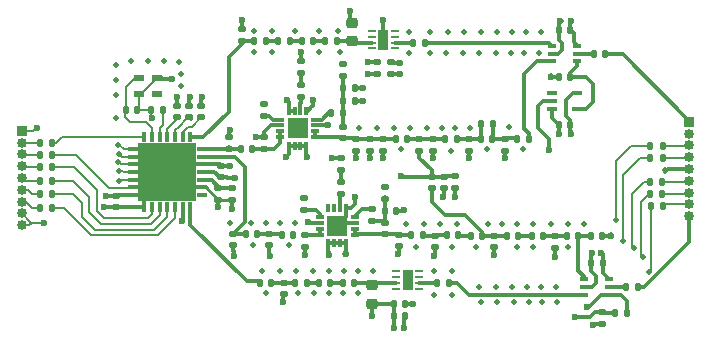
<source format=gbr>
%TF.GenerationSoftware,KiCad,Pcbnew,8.0.3*%
%TF.CreationDate,2024-07-25T00:21:40-07:00*%
%TF.ProjectId,radio_module,72616469-6f5f-46d6-9f64-756c652e6b69,rev?*%
%TF.SameCoordinates,Original*%
%TF.FileFunction,Copper,L1,Top*%
%TF.FilePolarity,Positive*%
%FSLAX46Y46*%
G04 Gerber Fmt 4.6, Leading zero omitted, Abs format (unit mm)*
G04 Created by KiCad (PCBNEW 8.0.3) date 2024-07-25 00:21:40*
%MOMM*%
%LPD*%
G01*
G04 APERTURE LIST*
G04 Aperture macros list*
%AMRoundRect*
0 Rectangle with rounded corners*
0 $1 Rounding radius*
0 $2 $3 $4 $5 $6 $7 $8 $9 X,Y pos of 4 corners*
0 Add a 4 corners polygon primitive as box body*
4,1,4,$2,$3,$4,$5,$6,$7,$8,$9,$2,$3,0*
0 Add four circle primitives for the rounded corners*
1,1,$1+$1,$2,$3*
1,1,$1+$1,$4,$5*
1,1,$1+$1,$6,$7*
1,1,$1+$1,$8,$9*
0 Add four rect primitives between the rounded corners*
20,1,$1+$1,$2,$3,$4,$5,0*
20,1,$1+$1,$4,$5,$6,$7,0*
20,1,$1+$1,$6,$7,$8,$9,0*
20,1,$1+$1,$8,$9,$2,$3,0*%
G04 Aperture macros list end*
%TA.AperFunction,SMDPad,CuDef*%
%ADD10RoundRect,0.147500X0.172500X-0.147500X0.172500X0.147500X-0.172500X0.147500X-0.172500X-0.147500X0*%
%TD*%
%TA.AperFunction,SMDPad,CuDef*%
%ADD11RoundRect,0.140000X-0.170000X0.140000X-0.170000X-0.140000X0.170000X-0.140000X0.170000X0.140000X0*%
%TD*%
%TA.AperFunction,SMDPad,CuDef*%
%ADD12RoundRect,0.147500X-0.172500X0.147500X-0.172500X-0.147500X0.172500X-0.147500X0.172500X0.147500X0*%
%TD*%
%TA.AperFunction,SMDPad,CuDef*%
%ADD13R,0.787400X0.355600*%
%TD*%
%TA.AperFunction,SMDPad,CuDef*%
%ADD14RoundRect,0.140000X-0.140000X-0.170000X0.140000X-0.170000X0.140000X0.170000X-0.140000X0.170000X0*%
%TD*%
%TA.AperFunction,SMDPad,CuDef*%
%ADD15RoundRect,0.135000X-0.185000X0.135000X-0.185000X-0.135000X0.185000X-0.135000X0.185000X0.135000X0*%
%TD*%
%TA.AperFunction,SMDPad,CuDef*%
%ADD16RoundRect,0.147500X-0.147500X-0.172500X0.147500X-0.172500X0.147500X0.172500X-0.147500X0.172500X0*%
%TD*%
%TA.AperFunction,SMDPad,CuDef*%
%ADD17RoundRect,0.135000X0.135000X0.185000X-0.135000X0.185000X-0.135000X-0.185000X0.135000X-0.185000X0*%
%TD*%
%TA.AperFunction,SMDPad,CuDef*%
%ADD18RoundRect,0.135000X-0.135000X-0.185000X0.135000X-0.185000X0.135000X0.185000X-0.135000X0.185000X0*%
%TD*%
%TA.AperFunction,SMDPad,CuDef*%
%ADD19RoundRect,0.140000X0.140000X0.170000X-0.140000X0.170000X-0.140000X-0.170000X0.140000X-0.170000X0*%
%TD*%
%TA.AperFunction,SMDPad,CuDef*%
%ADD20RoundRect,0.140000X0.170000X-0.140000X0.170000X0.140000X-0.170000X0.140000X-0.170000X-0.140000X0*%
%TD*%
%TA.AperFunction,SMDPad,CuDef*%
%ADD21R,0.304800X0.812800*%
%TD*%
%TA.AperFunction,SMDPad,CuDef*%
%ADD22R,0.812800X0.304800*%
%TD*%
%TA.AperFunction,SMDPad,CuDef*%
%ADD23R,4.876800X4.876800*%
%TD*%
%TA.AperFunction,ComponentPad*%
%ADD24R,0.850000X0.850000*%
%TD*%
%TA.AperFunction,ComponentPad*%
%ADD25O,0.850000X0.850000*%
%TD*%
%TA.AperFunction,SMDPad,CuDef*%
%ADD26R,0.750000X0.300000*%
%TD*%
%TA.AperFunction,SMDPad,CuDef*%
%ADD27R,0.300000X0.750000*%
%TD*%
%TA.AperFunction,SMDPad,CuDef*%
%ADD28R,1.750000X1.750000*%
%TD*%
%TA.AperFunction,SMDPad,CuDef*%
%ADD29R,0.833300X0.355600*%
%TD*%
%TA.AperFunction,SMDPad,CuDef*%
%ADD30RoundRect,0.135000X0.185000X-0.135000X0.185000X0.135000X-0.185000X0.135000X-0.185000X-0.135000X0*%
%TD*%
%TA.AperFunction,SMDPad,CuDef*%
%ADD31RoundRect,0.218750X-0.256250X0.218750X-0.256250X-0.218750X0.256250X-0.218750X0.256250X0.218750X0*%
%TD*%
%TA.AperFunction,SMDPad,CuDef*%
%ADD32R,0.660400X0.254000*%
%TD*%
%TA.AperFunction,SMDPad,CuDef*%
%ADD33R,0.838200X1.651000*%
%TD*%
%TA.AperFunction,SMDPad,CuDef*%
%ADD34RoundRect,0.218750X0.256250X-0.218750X0.256250X0.218750X-0.256250X0.218750X-0.256250X-0.218750X0*%
%TD*%
%TA.AperFunction,SMDPad,CuDef*%
%ADD35R,0.863600X0.609600*%
%TD*%
%TA.AperFunction,ViaPad*%
%ADD36C,0.500000*%
%TD*%
%TA.AperFunction,ViaPad*%
%ADD37C,0.600000*%
%TD*%
%TA.AperFunction,Conductor*%
%ADD38C,0.152400*%
%TD*%
%TA.AperFunction,Conductor*%
%ADD39C,0.335300*%
%TD*%
%TA.AperFunction,Conductor*%
%ADD40C,0.300000*%
%TD*%
%TA.AperFunction,Conductor*%
%ADD41C,0.250000*%
%TD*%
%TA.AperFunction,Conductor*%
%ADD42C,0.200000*%
%TD*%
G04 APERTURE END LIST*
D10*
%TO.P,L9,1,1*%
%TO.N,Net-(C33-Pad1)*%
X134525000Y-102359000D03*
%TO.P,L9,2,2*%
%TO.N,VR_PA*%
X134525000Y-101389000D03*
%TD*%
D11*
%TO.P,C35,1*%
%TO.N,Net-(C33-Pad1)*%
X139807000Y-106414000D03*
%TO.P,C35,2*%
%TO.N,GND*%
X139807000Y-107374000D03*
%TD*%
D12*
%TO.P,L8,1,1*%
%TO.N,GND*%
X117348000Y-98067000D03*
%TO.P,L8,2,2*%
%TO.N,RFO_LF*%
X117348000Y-99037000D03*
%TD*%
D10*
%TO.P,L7,1,1*%
%TO.N,Net-(IC1-RF_OUT{slash}VDD_1)*%
X127000000Y-98148000D03*
%TO.P,L7,2,2*%
%TO.N,Net-(C10-Pad1)*%
X127000000Y-97178000D03*
%TD*%
D11*
%TO.P,C31,1*%
%TO.N,+3V3*%
X116459000Y-102390000D03*
%TO.P,C31,2*%
%TO.N,GND*%
X116459000Y-103350000D03*
%TD*%
D13*
%TO.P,U5,1,RF1*%
%TO.N,RF_HF_SW*%
X147396200Y-110094001D03*
%TO.P,U5,2,GND*%
%TO.N,GND*%
X147396200Y-110744000D03*
%TO.P,U5,3,RF2*%
%TO.N,RFI_HF_LNA_IN*%
X147396200Y-111393999D03*
%TO.P,U5,4,CTRL*%
%TO.N,RF_CONTROL_SW*%
X149529800Y-111393999D03*
%TO.P,U5,5,RFC*%
%TO.N,Net-(U5-RFC)*%
X149529800Y-110744000D03*
%TO.P,U5,6,\u002ACTRL/VDD*%
%TO.N,+3V3*%
X149529800Y-110094001D03*
%TD*%
D14*
%TO.P,C37,1*%
%TO.N,RF_HF_SW*%
X147975000Y-106426000D03*
%TO.P,C37,2*%
%TO.N,GND*%
X148935000Y-106426000D03*
%TD*%
D11*
%TO.P,C1,1*%
%TO.N,+3V3*%
X131064000Y-91722000D03*
%TO.P,C1,2*%
%TO.N,GND*%
X131064000Y-92682000D03*
%TD*%
D14*
%TO.P,C48,1*%
%TO.N,Net-(C48-Pad1)*%
X135787000Y-106374000D03*
%TO.P,C48,2*%
%TO.N,HF_PA_OUT*%
X136747000Y-106374000D03*
%TD*%
D11*
%TO.P,C39,1*%
%TO.N,+3V3*%
X107772200Y-103025000D03*
%TO.P,C39,2*%
%TO.N,GND*%
X107772200Y-103985000D03*
%TD*%
D15*
%TO.P,R1,1*%
%TO.N,GND*%
X123444000Y-91565000D03*
%TO.P,R1,2*%
%TO.N,Net-(R1-Pad2)*%
X123444000Y-92585000D03*
%TD*%
D11*
%TO.P,C49,1*%
%TO.N,PA_BOOST*%
X117729000Y-106231000D03*
%TO.P,C49,2*%
%TO.N,GND*%
X117729000Y-107191000D03*
%TD*%
D16*
%TO.P,L4,1,1*%
%TO.N,Net-(C12-Pad1)*%
X138679000Y-98194000D03*
%TO.P,L4,2,2*%
%TO.N,Net-(C12-Pad2)*%
X139649000Y-98194000D03*
%TD*%
D15*
%TO.P,R3,1*%
%TO.N,Net-(R1-Pad2)*%
X123444000Y-93597000D03*
%TO.P,R3,2*%
%TO.N,Net-(IC1-BIAS1)*%
X123444000Y-94617000D03*
%TD*%
D17*
%TO.P,R25,1*%
%TO.N,/SCK_sx*%
X102364000Y-100584000D03*
%TO.P,R25,2*%
%TO.N,/SCK*%
X101344000Y-100584000D03*
%TD*%
D18*
%TO.P,R23,1*%
%TO.N,/DIO4_sx*%
X153053000Y-103886000D03*
%TO.P,R23,2*%
%TO.N,/DIO4*%
X154073000Y-103886000D03*
%TD*%
D16*
%TO.P,L12,1,1*%
%TO.N,Net-(C36-Pad2)*%
X145971200Y-106426000D03*
%TO.P,L12,2,2*%
%TO.N,RF_HF_SW*%
X146941200Y-106426000D03*
%TD*%
D15*
%TO.P,R12,1*%
%TO.N,+5V*%
X123662800Y-103237000D03*
%TO.P,R12,2*%
%TO.N,Net-(IC2-VEN1)*%
X123662800Y-104257000D03*
%TD*%
D19*
%TO.P,C5,1*%
%TO.N,XTA*%
X111732000Y-95758000D03*
%TO.P,C5,2*%
%TO.N,GND*%
X110772000Y-95758000D03*
%TD*%
D20*
%TO.P,C16,1*%
%TO.N,GND*%
X137668000Y-99182000D03*
%TO.P,C16,2*%
%TO.N,Net-(C12-Pad1)*%
X137668000Y-98222000D03*
%TD*%
D16*
%TO.P,L13,1,1*%
%TO.N,RFI_HF*%
X119974500Y-110374999D03*
%TO.P,L13,2,2*%
%TO.N,Net-(C40-Pad1)*%
X120944500Y-110374999D03*
%TD*%
D15*
%TO.P,R2,1*%
%TO.N,+5V*%
X127000000Y-91819000D03*
%TO.P,R2,2*%
%TO.N,Net-(C10-Pad1)*%
X127000000Y-92839000D03*
%TD*%
D11*
%TO.P,C20,1*%
%TO.N,Net-(IC1-RF_OUT{slash}VDD_1)*%
X128115000Y-98222000D03*
%TO.P,C20,2*%
%TO.N,GND*%
X128115000Y-99182000D03*
%TD*%
D18*
%TO.P,R13,1*%
%TO.N,/DIO0_sx*%
X153035000Y-98806000D03*
%TO.P,R13,2*%
%TO.N,/DIO0*%
X154055000Y-98806000D03*
%TD*%
D21*
%TO.P,U4,1,RFI_LF*%
%TO.N,RFI_LF*%
X114085116Y-98063558D03*
%TO.P,U4,2,VR_ANA*%
%TO.N,Net-(U4-VR_ANA)*%
X113435130Y-98063558D03*
%TO.P,U4,3,VBAT_ANA*%
%TO.N,+3V3*%
X112785144Y-98063558D03*
%TO.P,U4,4,VR_DIG*%
%TO.N,Net-(U4-VR_DIG)*%
X112135158Y-98063558D03*
%TO.P,U4,5,XTA*%
%TO.N,XTA*%
X111485172Y-98063558D03*
%TO.P,U4,6,XTB*%
%TO.N,XTB*%
X110835186Y-98063558D03*
%TO.P,U4,7,NRESET*%
%TO.N,/NRESET_sx*%
X110185200Y-98063558D03*
D22*
%TO.P,U4,8,DIO0*%
%TO.N,/DIO0_sx*%
X109188758Y-99060000D03*
%TO.P,U4,9,DIO1*%
%TO.N,/DIO1_sx*%
X109188758Y-99709986D03*
%TO.P,U4,10,DIO2*%
%TO.N,/DIO2_sx*%
X109188758Y-100359972D03*
%TO.P,U4,11,DIO3*%
%TO.N,/DIO3_sx*%
X109188758Y-101009958D03*
%TO.P,U4,12,DIO4*%
%TO.N,/DIO4_sx*%
X109188758Y-101659944D03*
%TO.P,U4,13,DIO5*%
%TO.N,/DIO5_sx*%
X109188758Y-102309930D03*
%TO.P,U4,14,VBAT_DIG*%
%TO.N,+3V3*%
X109188758Y-102959916D03*
D21*
%TO.P,U4,15,GND*%
%TO.N,GND*%
X110185200Y-103956358D03*
%TO.P,U4,16,SCK*%
%TO.N,/SCK_sx*%
X110835186Y-103956358D03*
%TO.P,U4,17,MISO*%
%TO.N,/MISO_sx*%
X111485172Y-103956358D03*
%TO.P,U4,18,MOSI*%
%TO.N,/MOSI_sx*%
X112135158Y-103956358D03*
%TO.P,U4,19,NSS*%
%TO.N,/NSS_sx*%
X112785144Y-103956358D03*
%TO.P,U4,20,RXTX/RFMOD*%
%TO.N,RF_CONTROL*%
X113435130Y-103956358D03*
%TO.P,U4,21,RFI_HF*%
%TO.N,RFI_HF*%
X114085116Y-103956358D03*
D22*
%TO.P,U4,22,RFO_HF*%
%TO.N,unconnected-(U4-RFO_HF-Pad22)*%
X115081558Y-102959916D03*
%TO.P,U4,23,GND*%
%TO.N,GND*%
X115081558Y-102309930D03*
%TO.P,U4,24,VBAT_RF*%
%TO.N,+3V3*%
X115081558Y-101659944D03*
%TO.P,U4,25,VR_PA*%
%TO.N,VR_PA*%
X115081558Y-101009958D03*
%TO.P,U4,26,GND*%
%TO.N,GND*%
X115081558Y-100359972D03*
%TO.P,U4,27,PA_BOOST*%
%TO.N,PA_BOOST*%
X115081558Y-99709986D03*
%TO.P,U4,28,RFO_LF*%
%TO.N,RFO_LF*%
X115081558Y-99060000D03*
D23*
%TO.P,U4,29,GND*%
%TO.N,GND*%
X112135158Y-101009958D03*
%TD*%
D11*
%TO.P,C15,1*%
%TO.N,LF_PA_OUT*%
X134620000Y-98222000D03*
%TO.P,C15,2*%
%TO.N,GND*%
X134620000Y-99182000D03*
%TD*%
D14*
%TO.P,C19,1*%
%TO.N,Net-(IC1-RF_OUT{slash}VDD_1)*%
X131473000Y-98194000D03*
%TO.P,C19,2*%
%TO.N,LF_PA_OUT*%
X132433000Y-98194000D03*
%TD*%
%TO.P,C10,1*%
%TO.N,Net-(C10-Pad1)*%
X127028000Y-93853000D03*
%TO.P,C10,2*%
%TO.N,GND*%
X127988000Y-93853000D03*
%TD*%
D18*
%TO.P,R5,1*%
%TO.N,Net-(IC1-BIAS2)*%
X125982000Y-96012000D03*
%TO.P,R5,2*%
%TO.N,Net-(C10-Pad1)*%
X127002000Y-96012000D03*
%TD*%
D11*
%TO.P,C42,1*%
%TO.N,Net-(C40-Pad1)*%
X121983500Y-110402999D03*
%TO.P,C42,2*%
%TO.N,GND*%
X121983500Y-111362999D03*
%TD*%
D24*
%TO.P,J4,1,Pin_1*%
%TO.N,+3V3*%
X99822000Y-97505000D03*
D25*
%TO.P,J4,2,Pin_2*%
%TO.N,/NRESET*%
X99822000Y-98505000D03*
%TO.P,J4,3,Pin_3*%
%TO.N,/DIO5*%
X99822000Y-99505000D03*
%TO.P,J4,4,Pin_4*%
%TO.N,/SCK*%
X99822000Y-100505000D03*
%TO.P,J4,5,Pin_5*%
%TO.N,/MISO*%
X99822000Y-101505000D03*
%TO.P,J4,6,Pin_6*%
%TO.N,/MOSI*%
X99822000Y-102505000D03*
%TO.P,J4,7,Pin_7*%
%TO.N,/NSS*%
X99822000Y-103505000D03*
%TO.P,J4,8,Pin_8*%
%TO.N,GND*%
X99822000Y-104505000D03*
%TO.P,J4,9,Pin_9*%
X99822000Y-105505000D03*
%TD*%
D16*
%TO.P,L2,1,1*%
%TO.N,RFI_LF*%
X119491900Y-89916001D03*
%TO.P,L2,2,2*%
%TO.N,Net-(C7-Pad1)*%
X120461900Y-89916001D03*
%TD*%
D14*
%TO.P,C55,1*%
%TO.N,RFI_HF_LNA_OUT*%
X126997000Y-110371000D03*
%TO.P,C55,2*%
%TO.N,Net-(U6-RF_OUT)*%
X127957000Y-110371000D03*
%TD*%
D24*
%TO.P,J3,1,Pin_1*%
%TO.N,/ANT1*%
X156337000Y-96743000D03*
D25*
%TO.P,J3,2,Pin_2*%
%TO.N,GND*%
X156337000Y-97743000D03*
%TO.P,J3,3,Pin_3*%
%TO.N,/DIO0*%
X156337000Y-98743000D03*
%TO.P,J3,4,Pin_4*%
%TO.N,/DIO1*%
X156337000Y-99743000D03*
%TO.P,J3,5,Pin_5*%
%TO.N,+5V*%
X156337000Y-100743000D03*
%TO.P,J3,6,Pin_6*%
%TO.N,/DIO2*%
X156337000Y-101743000D03*
%TO.P,J3,7,Pin_7*%
%TO.N,/DIO3*%
X156337000Y-102743000D03*
%TO.P,J3,8,Pin_8*%
%TO.N,/DIO4*%
X156337000Y-103743000D03*
%TO.P,J3,9,Pin_9*%
%TO.N,/ANT2*%
X156337000Y-104743000D03*
%TD*%
D26*
%TO.P,IC2,1,VEN1*%
%TO.N,Net-(IC2-VEN1)*%
X125016000Y-104799000D03*
%TO.P,IC2,2,GND/NC_1*%
%TO.N,GND*%
X125016000Y-105299000D03*
%TO.P,IC2,3,RF_IN_1*%
%TO.N,Net-(IC2-RF_IN_1)*%
X125016000Y-105799000D03*
%TO.P,IC2,4,RF_IN_2*%
X125016000Y-106299000D03*
D27*
%TO.P,IC2,5,GND/NC_2*%
%TO.N,GND*%
X125766000Y-107049000D03*
%TO.P,IC2,6,GND/NC_3*%
X126266000Y-107049000D03*
%TO.P,IC2,7,GND/NC_4*%
X126766000Y-107049000D03*
%TO.P,IC2,8,GND/NC_5*%
X127266000Y-107049000D03*
D26*
%TO.P,IC2,9,RF_OUT/VDD_1*%
%TO.N,Net-(IC2-RF_OUT{slash}VDD_1)*%
X128016000Y-106299000D03*
%TO.P,IC2,10,RF_OUT/VDD_2*%
X128016000Y-105799000D03*
%TO.P,IC2,11,GND/NC_6*%
%TO.N,GND*%
X128016000Y-105299000D03*
%TO.P,IC2,12,BIAS2*%
%TO.N,Net-(IC2-BIAS2)*%
X128016000Y-104799000D03*
D27*
%TO.P,IC2,13,GND/NC_7*%
%TO.N,GND*%
X127266000Y-104049000D03*
%TO.P,IC2,14,BIAS1*%
%TO.N,Net-(IC2-BIAS1)*%
X126766000Y-104049000D03*
%TO.P,IC2,15,GND/NC_8*%
%TO.N,GND*%
X126266000Y-104049000D03*
%TO.P,IC2,16,GND/NC_9*%
X125766000Y-104049000D03*
D28*
%TO.P,IC2,17,GND*%
X126516000Y-105549000D03*
%TD*%
D14*
%TO.P,C8,1*%
%TO.N,Net-(C7-Pad2)*%
X123512500Y-89916001D03*
%TO.P,C8,2*%
%TO.N,RFI_LF_LNA_OUT*%
X124472500Y-89916001D03*
%TD*%
D12*
%TO.P,L3,1,1*%
%TO.N,GND*%
X118452900Y-88931000D03*
%TO.P,L3,2,2*%
%TO.N,RFI_LF*%
X118452900Y-89901000D03*
%TD*%
D15*
%TO.P,R10,1*%
%TO.N,Net-(R10-Pad1)*%
X126837800Y-101840000D03*
%TO.P,R10,2*%
%TO.N,Net-(IC2-BIAS1)*%
X126837800Y-102860000D03*
%TD*%
D19*
%TO.P,C3,1*%
%TO.N,RFI_LF_LNA_IN*%
X133921700Y-90043000D03*
%TO.P,C3,2*%
%TO.N,Net-(U1-RF_IN)*%
X132961700Y-90043000D03*
%TD*%
%TO.P,C9,1*%
%TO.N,+3V3*%
X146253051Y-88981001D03*
%TO.P,C9,2*%
%TO.N,GND*%
X145293051Y-88981001D03*
%TD*%
D14*
%TO.P,C14,1*%
%TO.N,LF_PA_OUT*%
X135664000Y-98194000D03*
%TO.P,C14,2*%
%TO.N,Net-(C12-Pad1)*%
X136624000Y-98194000D03*
%TD*%
D10*
%TO.P,L6,1,1*%
%TO.N,VR_PA*%
X133477000Y-99187000D03*
%TO.P,L6,2,2*%
%TO.N,LF_PA_OUT*%
X133477000Y-98217000D03*
%TD*%
D29*
%TO.P,U3,1,NC*%
%TO.N,unconnected-(U3-NC-Pad1)*%
X144734102Y-94331002D03*
%TO.P,U3,2,A*%
%TO.N,RF_CONTROL_SW*%
X144734102Y-94981001D03*
%TO.P,U3,3,GND*%
%TO.N,GND*%
X144734102Y-95631000D03*
%TO.P,U3,4,Y*%
%TO.N,Net-(U2-CTRL)*%
X146812000Y-95631000D03*
%TO.P,U3,5,VCC*%
%TO.N,+3V3*%
X146812000Y-94331002D03*
%TD*%
D14*
%TO.P,C18,1*%
%TO.N,RFO_LF*%
X118341200Y-99060000D03*
%TO.P,C18,2*%
%TO.N,Net-(IC1-RF_IN_1)*%
X119301200Y-99060000D03*
%TD*%
%TO.P,C11,1*%
%TO.N,Net-(U2-RFC)*%
X148267051Y-90981001D03*
%TO.P,C11,2*%
%TO.N,/ANT1*%
X149227051Y-90981001D03*
%TD*%
D30*
%TO.P,R8,1*%
%TO.N,+3V3*%
X148963000Y-113883000D03*
%TO.P,R8,2*%
%TO.N,RF_CONTROL*%
X148963000Y-112863000D03*
%TD*%
D16*
%TO.P,L11,1,1*%
%TO.N,Net-(C33-Pad2)*%
X142971200Y-106426000D03*
%TO.P,L11,2,2*%
%TO.N,Net-(C36-Pad2)*%
X143941200Y-106426000D03*
%TD*%
D30*
%TO.P,R6,1*%
%TO.N,Net-(IC1-RF_IN_1)*%
X120345200Y-99062000D03*
%TO.P,R6,2*%
%TO.N,GND*%
X120345200Y-98042000D03*
%TD*%
D11*
%TO.P,C21,1*%
%TO.N,Net-(IC1-RF_OUT{slash}VDD_1)*%
X129258000Y-98222000D03*
%TO.P,C21,2*%
%TO.N,GND*%
X129258000Y-99182000D03*
%TD*%
D16*
%TO.P,L16,1,1*%
%TO.N,Net-(IC2-RF_OUT{slash}VDD_1)*%
X132782000Y-106374000D03*
%TO.P,L16,2,2*%
%TO.N,Net-(C48-Pad1)*%
X133752000Y-106374000D03*
%TD*%
D14*
%TO.P,C47,1*%
%TO.N,Net-(C47-Pad1)*%
X121821000Y-106299000D03*
%TO.P,C47,2*%
%TO.N,Net-(IC2-RF_IN_1)*%
X122781000Y-106299000D03*
%TD*%
D10*
%TO.P,L17,1,1*%
%TO.N,GND*%
X120777000Y-107188000D03*
%TO.P,L17,2,2*%
%TO.N,Net-(C47-Pad1)*%
X120777000Y-106218000D03*
%TD*%
D20*
%TO.P,C27,1*%
%TO.N,VR_PA*%
X116713000Y-101445000D03*
%TO.P,C27,2*%
%TO.N,GND*%
X116713000Y-100485000D03*
%TD*%
D17*
%TO.P,R17,1*%
%TO.N,/NSS_sx*%
X102364000Y-104013000D03*
%TO.P,R17,2*%
%TO.N,/NSS*%
X101344000Y-104013000D03*
%TD*%
D11*
%TO.P,C2,1*%
%TO.N,+3V3*%
X129921000Y-91722000D03*
%TO.P,C2,2*%
%TO.N,GND*%
X129921000Y-92682000D03*
%TD*%
%TO.P,C28,1*%
%TO.N,VR_PA*%
X135525000Y-101394000D03*
%TO.P,C28,2*%
%TO.N,GND*%
X135525000Y-102354000D03*
%TD*%
D31*
%TO.P,L1,1*%
%TO.N,+3V3*%
X127762000Y-88370500D03*
%TO.P,L1,2*%
%TO.N,Net-(U1-RF_OUT)*%
X127762000Y-89945500D03*
%TD*%
D15*
%TO.P,R20,1*%
%TO.N,Net-(IC2-RF_IN_1)*%
X123825000Y-106297000D03*
%TO.P,R20,2*%
%TO.N,GND*%
X123825000Y-107317000D03*
%TD*%
D14*
%TO.P,C7,1*%
%TO.N,Net-(C7-Pad1)*%
X121528900Y-89924000D03*
%TO.P,C7,2*%
%TO.N,Net-(C7-Pad2)*%
X122488900Y-89924000D03*
%TD*%
D18*
%TO.P,R16,1*%
%TO.N,/DIO1_sx*%
X153035000Y-99822000D03*
%TO.P,R16,2*%
%TO.N,/DIO1*%
X154055000Y-99822000D03*
%TD*%
D11*
%TO.P,C22,1*%
%TO.N,Net-(IC1-RF_OUT{slash}VDD_1)*%
X130401000Y-98222000D03*
%TO.P,C22,2*%
%TO.N,GND*%
X130401000Y-99182000D03*
%TD*%
D10*
%TO.P,L14,1,1*%
%TO.N,Net-(IC2-RF_OUT{slash}VDD_1)*%
X130597000Y-106264000D03*
%TO.P,L14,2,2*%
%TO.N,Net-(C43-Pad1)*%
X130597000Y-105294000D03*
%TD*%
D11*
%TO.P,C26,1*%
%TO.N,GND*%
X114995200Y-95405000D03*
%TO.P,C26,2*%
%TO.N,Net-(U4-VR_ANA)*%
X114995200Y-96365000D03*
%TD*%
D20*
%TO.P,C23,1*%
%TO.N,+3V3*%
X113995200Y-96365000D03*
%TO.P,C23,2*%
%TO.N,GND*%
X113995200Y-95405000D03*
%TD*%
D14*
%TO.P,C52,1*%
%TO.N,+3V3*%
X131282500Y-113168999D03*
%TO.P,C52,2*%
%TO.N,GND*%
X132242500Y-113168999D03*
%TD*%
D32*
%TO.P,U6,1,NC*%
%TO.N,unconnected-(U6-NC-Pad1)*%
X133477000Y-110871000D03*
%TO.P,U6,2,RF_IN*%
%TO.N,Net-(U6-RF_IN)*%
X133477000Y-110370999D03*
%TO.P,U6,3,NC*%
%TO.N,unconnected-(U6-NC-Pad3)*%
X133477000Y-109870999D03*
%TO.P,U6,4,NC*%
%TO.N,unconnected-(U6-NC-Pad4)*%
X133477000Y-109370998D03*
%TO.P,U6,5,NC*%
%TO.N,unconnected-(U6-NC-Pad5)*%
X131470400Y-109370998D03*
%TO.P,U6,6,SHUT_DOWN*%
%TO.N,unconnected-(U6-SHUT_DOWN-Pad6)*%
X131470400Y-109870999D03*
%TO.P,U6,7,RF_OUT*%
%TO.N,Net-(U6-RF_OUT)*%
X131470400Y-110370999D03*
%TO.P,U6,8,NC*%
%TO.N,unconnected-(U6-NC-Pad8)*%
X131470400Y-110871000D03*
D33*
%TO.P,U6,9,RF/DC_GND*%
%TO.N,GND*%
X132473700Y-110120999D03*
%TD*%
D14*
%TO.P,C43,1*%
%TO.N,Net-(C43-Pad1)*%
X130548800Y-104295000D03*
%TO.P,C43,2*%
%TO.N,GND*%
X131508800Y-104295000D03*
%TD*%
D34*
%TO.P,L18,1*%
%TO.N,+3V3*%
X129477000Y-112158500D03*
%TO.P,L18,2*%
%TO.N,Net-(U6-RF_OUT)*%
X129477000Y-110583500D03*
%TD*%
D19*
%TO.P,C24,1*%
%TO.N,+3V3*%
X146253051Y-96981001D03*
%TO.P,C24,2*%
%TO.N,GND*%
X145293051Y-96981001D03*
%TD*%
D11*
%TO.P,C50,1*%
%TO.N,Net-(IC2-RF_OUT{slash}VDD_1)*%
X131703000Y-106315000D03*
%TO.P,C50,2*%
%TO.N,GND*%
X131703000Y-107275000D03*
%TD*%
D14*
%TO.P,C12,1*%
%TO.N,Net-(C12-Pad1)*%
X138712000Y-96901000D03*
%TO.P,C12,2*%
%TO.N,Net-(C12-Pad2)*%
X139672000Y-96901000D03*
%TD*%
D16*
%TO.P,L10,1,1*%
%TO.N,HF_PA_OUT*%
X137822000Y-106414000D03*
%TO.P,L10,2,2*%
%TO.N,Net-(C33-Pad1)*%
X138792000Y-106414000D03*
%TD*%
D20*
%TO.P,C36,1*%
%TO.N,GND*%
X144956200Y-107406000D03*
%TO.P,C36,2*%
%TO.N,Net-(C36-Pad2)*%
X144956200Y-106446000D03*
%TD*%
D15*
%TO.P,R7,1*%
%TO.N,GND*%
X126873000Y-99820000D03*
%TO.P,R7,2*%
%TO.N,Net-(R10-Pad1)*%
X126873000Y-100840000D03*
%TD*%
D17*
%TO.P,R14,1*%
%TO.N,/NRESET_sx*%
X102364000Y-98552000D03*
%TO.P,R14,2*%
%TO.N,/NRESET*%
X101344000Y-98552000D03*
%TD*%
%TO.P,R22,1*%
%TO.N,/MISO_sx*%
X102364000Y-101727000D03*
%TO.P,R22,2*%
%TO.N,/MISO*%
X101344000Y-101727000D03*
%TD*%
D14*
%TO.P,C40,1*%
%TO.N,Net-(C40-Pad1)*%
X122977000Y-110371000D03*
%TO.P,C40,2*%
%TO.N,Net-(C40-Pad2)*%
X123937000Y-110371000D03*
%TD*%
D20*
%TO.P,C17,1*%
%TO.N,GND*%
X140688000Y-99182000D03*
%TO.P,C17,2*%
%TO.N,Net-(C12-Pad2)*%
X140688000Y-98222000D03*
%TD*%
D15*
%TO.P,R9,1*%
%TO.N,+5V*%
X130556000Y-102233000D03*
%TO.P,R9,2*%
%TO.N,Net-(C43-Pad1)*%
X130556000Y-103253000D03*
%TD*%
D14*
%TO.P,C6,1*%
%TO.N,XTB*%
X108613000Y-95758000D03*
%TO.P,C6,2*%
%TO.N,GND*%
X109573000Y-95758000D03*
%TD*%
D35*
%TO.P,XTAL1,1,1*%
%TO.N,XTA*%
X111213900Y-94401000D03*
%TO.P,XTAL1,2,2*%
%TO.N,GND*%
X111213900Y-93051000D03*
%TO.P,XTAL1,3,3*%
%TO.N,XTB*%
X109766100Y-93051000D03*
%TO.P,XTAL1,4,4*%
%TO.N,GND*%
X109766100Y-94401000D03*
%TD*%
D19*
%TO.P,C38,1*%
%TO.N,/ANT2*%
X151943000Y-110744000D03*
%TO.P,C38,2*%
%TO.N,Net-(U5-RFC)*%
X150983000Y-110744000D03*
%TD*%
D16*
%TO.P,L5,1,1*%
%TO.N,Net-(C12-Pad2)*%
X141755000Y-98171000D03*
%TO.P,L5,2,2*%
%TO.N,RF_LF_SW*%
X142725000Y-98171000D03*
%TD*%
D32*
%TO.P,U1,1,NC*%
%TO.N,unconnected-(U1-NC-Pad1)*%
X131432300Y-90543001D03*
%TO.P,U1,2,RF_IN*%
%TO.N,Net-(U1-RF_IN)*%
X131432300Y-90043000D03*
%TO.P,U1,3,NC*%
%TO.N,unconnected-(U1-NC-Pad3)*%
X131432300Y-89543000D03*
%TO.P,U1,4,NC*%
%TO.N,unconnected-(U1-NC-Pad4)*%
X131432300Y-89042999D03*
%TO.P,U1,5,NC*%
%TO.N,unconnected-(U1-NC-Pad5)*%
X129425700Y-89042999D03*
%TO.P,U1,6,SHUT_DOWN*%
%TO.N,unconnected-(U1-SHUT_DOWN-Pad6)*%
X129425700Y-89543000D03*
%TO.P,U1,7,RF_OUT*%
%TO.N,Net-(U1-RF_OUT)*%
X129425700Y-90043000D03*
%TO.P,U1,8,NC*%
%TO.N,unconnected-(U1-NC-Pad8)*%
X129425700Y-90543001D03*
D33*
%TO.P,U1,9,RF/DC_GND*%
%TO.N,GND*%
X130429000Y-89793000D03*
%TD*%
D14*
%TO.P,C33,1*%
%TO.N,Net-(C33-Pad1)*%
X140882200Y-106406000D03*
%TO.P,C33,2*%
%TO.N,Net-(C33-Pad2)*%
X141842200Y-106406000D03*
%TD*%
D11*
%TO.P,C29,1*%
%TO.N,VR_PA*%
X136525000Y-101374000D03*
%TO.P,C29,2*%
%TO.N,GND*%
X136525000Y-102334000D03*
%TD*%
D20*
%TO.P,C32,1*%
%TO.N,GND*%
X117602000Y-103350000D03*
%TO.P,C32,2*%
%TO.N,+3V3*%
X117602000Y-102390000D03*
%TD*%
D15*
%TO.P,R4,1*%
%TO.N,+5V*%
X120345200Y-95248000D03*
%TO.P,R4,2*%
%TO.N,Net-(IC1-VEN1)*%
X120345200Y-96268000D03*
%TD*%
%TO.P,R15,1*%
%TO.N,Net-(IC2-BIAS2)*%
X129454000Y-104126000D03*
%TO.P,R15,2*%
%TO.N,Net-(C43-Pad1)*%
X129454000Y-105146000D03*
%TD*%
D26*
%TO.P,IC1,1,VEN1*%
%TO.N,Net-(IC1-VEN1)*%
X121651200Y-96556000D03*
%TO.P,IC1,2,GND/NC_1*%
%TO.N,GND*%
X121651200Y-97056000D03*
%TO.P,IC1,3,RF_IN_1*%
%TO.N,Net-(IC1-RF_IN_1)*%
X121651200Y-97556000D03*
%TO.P,IC1,4,RF_IN_2*%
X121651200Y-98056000D03*
D27*
%TO.P,IC1,5,GND/NC_2*%
%TO.N,GND*%
X122401200Y-98806000D03*
%TO.P,IC1,6,GND/NC_3*%
X122901200Y-98806000D03*
%TO.P,IC1,7,GND/NC_4*%
X123401200Y-98806000D03*
%TO.P,IC1,8,GND/NC_5*%
X123901200Y-98806000D03*
D26*
%TO.P,IC1,9,RF_OUT/VDD_1*%
%TO.N,Net-(IC1-RF_OUT{slash}VDD_1)*%
X124651200Y-98056000D03*
%TO.P,IC1,10,RF_OUT/VDD_2*%
X124651200Y-97556000D03*
%TO.P,IC1,11,GND/NC_6*%
%TO.N,GND*%
X124651200Y-97056000D03*
%TO.P,IC1,12,BIAS2*%
%TO.N,Net-(IC1-BIAS2)*%
X124651200Y-96556000D03*
D27*
%TO.P,IC1,13,GND/NC_7*%
%TO.N,GND*%
X123901200Y-95806000D03*
%TO.P,IC1,14,BIAS1*%
%TO.N,Net-(IC1-BIAS1)*%
X123401200Y-95806000D03*
%TO.P,IC1,15,GND/NC_8*%
%TO.N,GND*%
X122901200Y-95806000D03*
%TO.P,IC1,16,GND/NC_9*%
X122401200Y-95806000D03*
D28*
%TO.P,IC1,17,GND*%
X123151200Y-97306000D03*
%TD*%
D14*
%TO.P,C4,1*%
%TO.N,RFI_LF_LNA_OUT*%
X125512500Y-89916001D03*
%TO.P,C4,2*%
%TO.N,Net-(U1-RF_OUT)*%
X126472500Y-89916001D03*
%TD*%
D19*
%TO.P,C54,1*%
%TO.N,RFI_HF_LNA_IN*%
X135957000Y-110374999D03*
%TO.P,C54,2*%
%TO.N,Net-(U6-RF_IN)*%
X134997000Y-110374999D03*
%TD*%
%TO.P,C25,1*%
%TO.N,Net-(U2-CTRL)*%
X146253051Y-92981001D03*
%TO.P,C25,2*%
%TO.N,GND*%
X145293051Y-92981001D03*
%TD*%
D14*
%TO.P,C13,1*%
%TO.N,Net-(C10-Pad1)*%
X127028000Y-94996000D03*
%TO.P,C13,2*%
%TO.N,GND*%
X127988000Y-94996000D03*
%TD*%
D11*
%TO.P,C30,1*%
%TO.N,GND*%
X112979200Y-95405000D03*
%TO.P,C30,2*%
%TO.N,Net-(U4-VR_DIG)*%
X112979200Y-96365000D03*
%TD*%
D18*
%TO.P,R18,1*%
%TO.N,/DIO2_sx*%
X153033000Y-101854000D03*
%TO.P,R18,2*%
%TO.N,/DIO2*%
X154053000Y-101854000D03*
%TD*%
D14*
%TO.P,C53,1*%
%TO.N,+3V3*%
X131282500Y-112168999D03*
%TO.P,C53,2*%
%TO.N,GND*%
X132242500Y-112168999D03*
%TD*%
D18*
%TO.P,R11,1*%
%TO.N,RF_CONTROL*%
X150035800Y-112903000D03*
%TO.P,R11,2*%
%TO.N,RF_CONTROL_SW*%
X151055800Y-112903000D03*
%TD*%
D16*
%TO.P,L15,1,1*%
%TO.N,PA_BOOST*%
X118768000Y-106243000D03*
%TO.P,L15,2,2*%
%TO.N,Net-(C47-Pad1)*%
X119738000Y-106243000D03*
%TD*%
D19*
%TO.P,C34,1*%
%TO.N,+3V3*%
X148993800Y-108712000D03*
%TO.P,C34,2*%
%TO.N,GND*%
X148033800Y-108712000D03*
%TD*%
D13*
%TO.P,U2,1,RF1*%
%TO.N,RFI_LF_LNA_IN*%
X144706251Y-90331002D03*
%TO.P,U2,2,GND*%
%TO.N,GND*%
X144706251Y-90981001D03*
%TO.P,U2,3,RF2*%
%TO.N,RF_LF_SW*%
X144706251Y-91631000D03*
%TO.P,U2,4,CTRL*%
%TO.N,Net-(U2-CTRL)*%
X146839851Y-91631000D03*
%TO.P,U2,5,RFC*%
%TO.N,Net-(U2-RFC)*%
X146839851Y-90981001D03*
%TO.P,U2,6,\u002ACTRL/VDD*%
%TO.N,+3V3*%
X146839851Y-90331002D03*
%TD*%
D11*
%TO.P,C51,1*%
%TO.N,Net-(C48-Pad1)*%
X134767000Y-106394000D03*
%TO.P,C51,2*%
%TO.N,GND*%
X134767000Y-107354000D03*
%TD*%
D17*
%TO.P,R19,1*%
%TO.N,/MOSI_sx*%
X102364000Y-102870000D03*
%TO.P,R19,2*%
%TO.N,/MOSI*%
X101344000Y-102870000D03*
%TD*%
%TO.P,R24,1*%
%TO.N,/DIO5_sx*%
X102364000Y-99568000D03*
%TO.P,R24,2*%
%TO.N,/DIO5*%
X101344000Y-99568000D03*
%TD*%
D18*
%TO.P,R21,1*%
%TO.N,/DIO3_sx*%
X153033000Y-102870000D03*
%TO.P,R21,2*%
%TO.N,/DIO3*%
X154053000Y-102870000D03*
%TD*%
D14*
%TO.P,C41,1*%
%TO.N,Net-(C40-Pad2)*%
X124977000Y-110371000D03*
%TO.P,C41,2*%
%TO.N,RFI_HF_LNA_OUT*%
X125937000Y-110371000D03*
%TD*%
D36*
%TO.N,GND*%
X139954000Y-110744000D03*
D37*
X137668000Y-99822000D03*
D36*
X132334000Y-105410000D03*
D37*
X129159000Y-92735400D03*
X144927000Y-108204000D03*
D36*
X133223000Y-107315000D03*
X146050000Y-107315000D03*
X121666000Y-109347000D03*
D37*
X116459000Y-103985000D03*
D36*
X127000000Y-111252000D03*
X122428000Y-107188000D03*
X117475000Y-105283000D03*
X121666000Y-105283000D03*
D37*
X121957000Y-112025999D03*
D36*
X126619000Y-89027000D03*
X138684000Y-89154000D03*
X120142000Y-109347000D03*
X147447000Y-105410000D03*
X125857000Y-109347000D03*
X136271000Y-109347000D03*
X122936000Y-105283000D03*
D37*
X140716000Y-99822000D03*
D36*
X139319000Y-105410000D03*
D37*
X119634000Y-98044000D03*
D36*
X138557000Y-110744000D03*
X141478000Y-112014000D03*
X142367000Y-90932000D03*
D37*
X145265051Y-97775001D03*
D36*
X128270000Y-109347000D03*
D37*
X136525000Y-103096000D03*
X101727000Y-105283000D03*
X124038880Y-105274120D03*
X132171800Y-104255000D03*
D36*
X139192000Y-99060000D03*
D37*
X131802001Y-92697300D03*
X106807000Y-103985000D03*
D36*
X136652000Y-105410000D03*
D37*
X112979200Y-94672000D03*
X128701800Y-94996000D03*
D36*
X127127000Y-109347000D03*
X137160000Y-90932000D03*
X136525000Y-97282000D03*
X138557000Y-90932000D03*
D37*
X114014200Y-94672000D03*
D36*
X136271000Y-107315000D03*
D37*
X117475000Y-100457000D03*
D36*
X128397000Y-97282000D03*
X138303000Y-107315000D03*
X142494000Y-89154000D03*
D37*
X117602000Y-104112000D03*
X127980800Y-103112000D03*
X135509000Y-103096000D03*
D36*
X134366000Y-89154000D03*
X140462000Y-105410000D03*
X134747000Y-109347000D03*
X123063000Y-109347000D03*
D37*
X131663800Y-107938000D03*
X123444000Y-90805000D03*
X120799800Y-108108000D03*
D36*
X141351000Y-89154000D03*
X119507000Y-90805000D03*
X134747000Y-111379000D03*
X124460000Y-109347000D03*
X141097000Y-97155000D03*
X140081000Y-89154000D03*
X135890000Y-89154000D03*
X145034000Y-110744000D03*
D37*
X144630051Y-92949001D03*
D36*
X135763000Y-90932000D03*
X107823000Y-91948000D03*
X110490000Y-91567000D03*
X142621000Y-110744000D03*
X143891000Y-112014000D03*
D37*
X132175000Y-114236998D03*
D36*
X135255000Y-105410000D03*
X140081000Y-112014000D03*
X146050000Y-105410000D03*
X120523000Y-111252000D03*
X137287000Y-89154000D03*
X143129000Y-107315000D03*
X143129000Y-105410000D03*
X136144000Y-99187000D03*
X141732000Y-107315000D03*
D37*
X122301000Y-94869000D03*
X128143000Y-99822000D03*
X139791800Y-108065000D03*
D36*
X128270000Y-111252000D03*
D37*
X117398800Y-97409000D03*
D36*
X135382000Y-97282000D03*
X145161000Y-112014000D03*
X132588000Y-89154000D03*
D37*
X129286000Y-99822000D03*
X112522000Y-93091000D03*
D36*
X143764000Y-89154000D03*
X122936000Y-89027000D03*
X144653000Y-105410000D03*
X123190000Y-111252000D03*
X113284000Y-93726000D03*
X113284000Y-92710000D03*
X134366000Y-90932000D03*
D37*
X118491000Y-88142000D03*
D36*
X124587000Y-111252000D03*
X124968000Y-89027000D03*
X133858000Y-105410000D03*
X143764000Y-110744000D03*
D37*
X127218800Y-107938000D03*
X123825000Y-108013500D03*
D36*
X142748000Y-112014000D03*
X119253000Y-105283000D03*
X126746000Y-90805000D03*
D37*
X132937000Y-112204998D03*
D36*
X142240000Y-99060000D03*
X121031000Y-90805000D03*
X141351000Y-110744000D03*
D37*
X126111000Y-99822000D03*
D36*
X138684000Y-112014000D03*
D37*
X125821800Y-108065000D03*
X125730000Y-97028000D03*
X130429000Y-88138000D03*
D36*
X136271000Y-111379000D03*
X111887000Y-91567000D03*
D37*
X134747000Y-108077000D03*
D36*
X129921000Y-97282000D03*
X113157000Y-91694000D03*
X141224000Y-90932000D03*
D37*
X115030200Y-94672000D03*
D36*
X109093000Y-91567000D03*
X125857000Y-111252000D03*
D37*
X149653400Y-106407200D03*
X128701800Y-93853000D03*
D36*
X132588000Y-90932000D03*
X132715000Y-97282000D03*
D37*
X145392051Y-88250001D03*
D36*
X143637000Y-90932000D03*
X119507000Y-89027000D03*
X120523000Y-105283000D03*
X129540000Y-109347000D03*
D37*
X117751800Y-108108000D03*
X122174000Y-99695000D03*
X148082000Y-107823000D03*
X134620000Y-99822000D03*
D36*
X131953000Y-99060000D03*
X107823000Y-96393000D03*
X137795000Y-97282000D03*
D37*
X123952000Y-99695000D03*
X124460000Y-94869000D03*
D36*
X139954000Y-90932000D03*
X121031000Y-89027000D03*
X107823000Y-93218000D03*
D37*
X130429000Y-99822000D03*
D36*
X134112000Y-97282000D03*
X107823000Y-94488000D03*
X131318000Y-97282000D03*
X141732000Y-105410000D03*
X119380000Y-107188000D03*
X124968000Y-90805000D03*
D37*
X110871000Y-96393000D03*
%TO.N,+3V3*%
X129159000Y-91722000D03*
X146281051Y-97775001D03*
X129477000Y-113168499D03*
X101092000Y-97282000D03*
X106934000Y-103025000D03*
X131802001Y-91808300D03*
X148209000Y-113919000D03*
X148882003Y-107823000D03*
X127635000Y-87380000D03*
X146281051Y-88250001D03*
X131286000Y-114236998D03*
%TO.N,VR_PA*%
X131937000Y-101302000D03*
X117856000Y-101473000D03*
D36*
%TO.N,+5V*%
X154305000Y-100838000D03*
D37*
%TO.N,RF_CONTROL*%
X113411000Y-105156000D03*
X146685000Y-113284000D03*
%TO.N,RF_CONTROL_SW*%
X147701000Y-112395000D03*
X144462500Y-99123500D03*
D36*
%TO.N,/DIO0_sx*%
X107950000Y-98679000D03*
X150114000Y-105029000D03*
%TO.N,/DIO1_sx*%
X108069216Y-99446845D03*
X150749000Y-106807000D03*
%TO.N,/DIO2_sx*%
X107980251Y-100172749D03*
X151638000Y-107442000D03*
%TO.N,/DIO3_sx*%
X108075919Y-100878147D03*
X152400000Y-108204000D03*
%TO.N,/DIO4_sx*%
X108077000Y-101727000D03*
X152908000Y-109474000D03*
%TD*%
D38*
%TO.N,GND*%
X100647000Y-105283000D02*
X100838000Y-105283000D01*
D39*
X147396200Y-110744000D02*
X148125200Y-110744000D01*
X120777000Y-108085200D02*
X120799800Y-108108000D01*
D40*
X122401200Y-95806000D02*
X122401200Y-95096200D01*
D39*
X132044800Y-104255000D02*
X132171800Y-104255000D01*
X140688000Y-99182000D02*
X140688000Y-99667000D01*
X144789051Y-92981001D02*
X144757051Y-92949001D01*
X132754998Y-112168999D02*
X132718999Y-112168999D01*
X128115000Y-99182000D02*
X128115000Y-99794000D01*
X148463000Y-110406200D02*
X148463000Y-109784230D01*
D40*
X122401200Y-95096200D02*
X122301000Y-94996000D01*
D39*
X129867600Y-92735400D02*
X129921000Y-92682000D01*
D40*
X120876000Y-97056000D02*
X120345200Y-97586800D01*
D39*
X148982400Y-106426000D02*
X149507600Y-106426000D01*
X149653400Y-106280200D02*
X149526400Y-106407200D01*
D40*
X127678800Y-104049000D02*
X127853800Y-103874000D01*
D39*
X131703000Y-107771800D02*
X131663800Y-107811000D01*
X118491000Y-88142000D02*
X118452900Y-88357900D01*
D40*
X125766000Y-107049000D02*
X125766000Y-107755200D01*
D39*
X134767000Y-108057000D02*
X134767000Y-107354000D01*
X118452900Y-88931000D02*
X118491000Y-88142000D01*
D40*
X123901200Y-98806000D02*
X123901200Y-99517200D01*
D39*
X117729000Y-107191000D02*
X117729000Y-107704200D01*
X111720000Y-93051000D02*
X111213900Y-93051000D01*
X132937000Y-112204998D02*
X132754998Y-112168999D01*
X139807000Y-107922800D02*
X139791800Y-107938000D01*
X131802001Y-92697300D02*
X131079300Y-92697300D01*
X129258000Y-99794000D02*
X129286000Y-99822000D01*
X149526400Y-106407200D02*
X149653400Y-106407200D01*
D40*
X127266000Y-107049000D02*
X127266000Y-107763800D01*
D39*
X128701800Y-94996000D02*
X127988000Y-94996000D01*
X144757051Y-92949001D02*
X144630051Y-92949001D01*
D40*
X114995200Y-95405000D02*
X114995200Y-94818522D01*
D39*
X134747000Y-108077000D02*
X134767000Y-108057000D01*
X117729000Y-107704200D02*
X117751800Y-107727000D01*
X145520400Y-90039552D02*
X145266400Y-89785552D01*
D38*
X100838000Y-105283000D02*
X100600000Y-105283000D01*
X101727000Y-105283000D02*
X100838000Y-105283000D01*
D40*
X107809200Y-104022000D02*
X107772200Y-103985000D01*
D39*
X139664800Y-108065000D02*
X139791800Y-107938000D01*
X117348000Y-97459800D02*
X117398800Y-97409000D01*
X140716000Y-99822000D02*
X140843000Y-99822000D01*
D41*
X115418930Y-102309930D02*
X116459000Y-103350000D01*
D38*
X100528500Y-105211500D02*
X99822000Y-104505000D01*
D39*
X136525000Y-102334000D02*
X136525000Y-103096000D01*
D40*
X126766000Y-105299000D02*
X126516000Y-105549000D01*
X126516000Y-105549000D02*
X127266000Y-104799000D01*
X125349000Y-97056000D02*
X125575000Y-97056000D01*
X112135158Y-101009958D02*
X110185200Y-102959916D01*
X124079000Y-99695000D02*
X123952000Y-99568000D01*
D39*
X134620000Y-99822000D02*
X134620000Y-99182000D01*
D40*
X125730000Y-97028000D02*
X125730000Y-96901000D01*
D38*
X99822000Y-105505000D02*
X100425000Y-105505000D01*
D39*
X137668000Y-99822000D02*
X137668000Y-99182000D01*
X135580800Y-102271000D02*
X135600800Y-102251000D01*
X128701800Y-93853000D02*
X128320800Y-93853000D01*
X126111000Y-99822000D02*
X126365000Y-99822000D01*
X117475000Y-100457000D02*
X117094000Y-100457000D01*
D40*
X122301000Y-94996000D02*
X122301000Y-94869000D01*
D39*
X131703000Y-107275000D02*
X131703000Y-107771800D01*
X148463000Y-109784230D02*
X148033800Y-109355030D01*
X145293051Y-88476001D02*
X145392051Y-88377001D01*
X144927000Y-107435200D02*
X144956200Y-107406000D01*
D40*
X123901200Y-99517200D02*
X123952000Y-99568000D01*
X126266000Y-105299000D02*
X126516000Y-105549000D01*
D39*
X132004800Y-104295000D02*
X132044800Y-104255000D01*
X139807000Y-107374000D02*
X139807000Y-107922800D01*
X117348000Y-98067000D02*
X117348000Y-97459800D01*
D40*
X113995200Y-95405000D02*
X113995200Y-94691000D01*
D39*
X120345200Y-98042000D02*
X119890000Y-98042000D01*
X117066000Y-100485000D02*
X117475000Y-100457000D01*
D40*
X120345200Y-97915000D02*
X120345200Y-97586800D01*
D39*
X117751800Y-108108000D02*
X117751800Y-107727000D01*
D40*
X124333000Y-95504000D02*
X124460000Y-95377000D01*
X123571000Y-98806000D02*
X123901200Y-98806000D01*
X106807000Y-103985000D02*
X107772200Y-103985000D01*
D41*
X115081558Y-102309930D02*
X115418930Y-102309930D01*
D40*
X127266000Y-107763800D02*
X127218800Y-107811000D01*
D39*
X144706251Y-90981001D02*
X145201051Y-90981001D01*
X145392051Y-88250001D02*
X145519051Y-88250001D01*
D40*
X112135158Y-101009958D02*
X113435130Y-102309930D01*
D39*
X139791800Y-107938000D02*
X139791800Y-108065000D01*
X131508800Y-104295000D02*
X132004800Y-104295000D01*
X116459000Y-103350000D02*
X116459000Y-103985000D01*
X129159000Y-92735400D02*
X129867600Y-92735400D01*
X145265051Y-97775001D02*
X145293051Y-97493001D01*
D42*
X110772000Y-95758000D02*
X109573000Y-95758000D01*
D39*
X132171800Y-104128000D02*
X132044800Y-104255000D01*
D40*
X127266000Y-104799000D02*
X127266000Y-104049000D01*
X127091800Y-107938000D02*
X127218800Y-107811000D01*
X127980800Y-103747000D02*
X127980800Y-103112000D01*
D42*
X110772000Y-96294000D02*
X110871000Y-96393000D01*
D39*
X148033800Y-107871200D02*
X148082000Y-107823000D01*
D40*
X122174000Y-94869000D02*
X122301000Y-94996000D01*
D39*
X140716000Y-99695000D02*
X140716000Y-99822000D01*
X140688000Y-99667000D02*
X140716000Y-99695000D01*
D40*
X124325800Y-105299000D02*
X125016000Y-105299000D01*
D39*
X119634000Y-98044000D02*
X119888000Y-98044000D01*
X145201051Y-90981001D02*
X145520400Y-90661652D01*
D40*
X123952000Y-99695000D02*
X124079000Y-99695000D01*
X121651200Y-97056000D02*
X120876000Y-97056000D01*
X124460000Y-95377000D02*
X124460000Y-94869000D01*
D39*
X148125200Y-110744000D02*
X148463000Y-110406200D01*
D38*
X101727000Y-105283000D02*
X101600000Y-105156000D01*
D39*
X145293051Y-88981001D02*
X145293051Y-88476001D01*
D40*
X112135158Y-101009958D02*
X112785144Y-100359972D01*
D39*
X111760000Y-93091000D02*
X111720000Y-93051000D01*
X132175000Y-113982998D02*
X132175000Y-113236499D01*
D42*
X123151200Y-97306000D02*
X123547000Y-97306000D01*
D39*
X145392051Y-88377001D02*
X145392051Y-88250001D01*
D40*
X128016000Y-105299000D02*
X126766000Y-105299000D01*
X123401200Y-98806000D02*
X123571000Y-98806000D01*
X127218800Y-107811000D02*
X127218800Y-107938000D01*
D39*
X144630051Y-92822001D02*
X144757051Y-92949001D01*
D40*
X125821800Y-108065000D02*
X125821800Y-107811000D01*
X110185200Y-102959916D02*
X110185200Y-103956358D01*
D42*
X109766100Y-95564900D02*
X109573000Y-95758000D01*
D39*
X148033800Y-109355030D02*
X148033800Y-108712000D01*
X144734102Y-96422052D02*
X145293051Y-96981001D01*
D40*
X115030200Y-94853522D02*
X115030200Y-94672000D01*
D39*
X145266400Y-89007652D02*
X145293051Y-88981001D01*
X116713000Y-100485000D02*
X117066000Y-100485000D01*
D40*
X122901200Y-95806000D02*
X122401200Y-95806000D01*
X123571000Y-98806000D02*
X122901200Y-98806000D01*
X124460000Y-94869000D02*
X124460000Y-95123000D01*
D42*
X109766100Y-94401000D02*
X109766100Y-95564900D01*
D40*
X127266000Y-104049000D02*
X127678800Y-104049000D01*
D39*
X117602000Y-103350000D02*
X117602000Y-104112000D01*
X132171800Y-104255000D02*
X132171800Y-104128000D01*
X144927000Y-108204000D02*
X144927000Y-107435200D01*
X135525000Y-102354000D02*
X135525000Y-103080000D01*
D40*
X126266000Y-107049000D02*
X125766000Y-107049000D01*
D39*
X131663800Y-107811000D02*
X131663800Y-107938000D01*
D42*
X109766100Y-94401000D02*
X109863900Y-94401000D01*
D40*
X127980800Y-103112000D02*
X127980800Y-103366000D01*
D39*
X116713000Y-100485000D02*
X116587972Y-100359972D01*
X145520400Y-90661652D02*
X145520400Y-90039552D01*
D40*
X122901200Y-98806000D02*
X122401200Y-98806000D01*
D39*
X119890000Y-98042000D02*
X119634000Y-98044000D01*
D40*
X126766000Y-107049000D02*
X126266000Y-107049000D01*
X122401200Y-98806000D02*
X122401200Y-99467800D01*
D39*
X112522000Y-93091000D02*
X111760000Y-93091000D01*
D40*
X125603000Y-97028000D02*
X125730000Y-97028000D01*
D39*
X116459000Y-103985000D02*
X116459000Y-103858000D01*
X145293051Y-96981001D02*
X145265051Y-97775001D01*
D40*
X125730000Y-96901000D02*
X125603000Y-97028000D01*
D39*
X144734102Y-95631000D02*
X144734102Y-96422052D01*
D40*
X124031000Y-95806000D02*
X124333000Y-95504000D01*
D39*
X130401000Y-99182000D02*
X130401000Y-99794000D01*
D38*
X100425000Y-105505000D02*
X100647000Y-105283000D01*
D39*
X126367000Y-99820000D02*
X126111000Y-99822000D01*
X128115000Y-99794000D02*
X128143000Y-99822000D01*
X120777000Y-107188000D02*
X120777000Y-108085200D01*
D40*
X114995200Y-94818522D02*
X115030200Y-94853522D01*
D41*
X116459000Y-103350000D02*
X117602000Y-103350000D01*
D40*
X125575000Y-97056000D02*
X125603000Y-97028000D01*
D39*
X145266400Y-89785552D02*
X145266400Y-89007652D01*
X132242500Y-112168999D02*
X132683000Y-112168999D01*
X123825000Y-108013500D02*
X123825000Y-107378500D01*
X139791800Y-108065000D02*
X139664800Y-108065000D01*
X127988000Y-93853000D02*
X128701800Y-93853000D01*
X129258000Y-99182000D02*
X129258000Y-99794000D01*
X121957000Y-111488500D02*
X121957000Y-112025999D01*
X130401000Y-99794000D02*
X130429000Y-99822000D01*
X132683000Y-112168999D02*
X132937000Y-112204998D01*
X145293051Y-92981001D02*
X144789051Y-92981001D01*
D40*
X113995200Y-94691000D02*
X114014200Y-94672000D01*
D39*
X130429000Y-89793000D02*
X130429000Y-88138000D01*
X145519051Y-88250001D02*
X145392051Y-88377001D01*
D40*
X126766000Y-107049000D02*
X127266000Y-107049000D01*
X113435130Y-102309930D02*
X115081558Y-102309930D01*
X122401200Y-99467800D02*
X122174000Y-99695000D01*
D38*
X100600000Y-105283000D02*
X100528500Y-105211500D01*
D40*
X124651200Y-97056000D02*
X125349000Y-97056000D01*
X127218800Y-107938000D02*
X127091800Y-107938000D01*
X112785144Y-100359972D02*
X115081558Y-100359972D01*
D39*
X144630051Y-92949001D02*
X144630051Y-92822001D01*
D40*
X122301000Y-94869000D02*
X122174000Y-94869000D01*
D39*
X132175000Y-113236499D02*
X132242500Y-113168999D01*
X140843000Y-99822000D02*
X140716000Y-99695000D01*
D42*
X109863900Y-94401000D02*
X111213900Y-93051000D01*
D39*
X148033800Y-108712000D02*
X148033800Y-107871200D01*
X149507600Y-106426000D02*
X149526400Y-106407200D01*
X126873000Y-99820000D02*
X126367000Y-99820000D01*
D40*
X123444000Y-91565000D02*
X123444000Y-90805000D01*
X112979200Y-95405000D02*
X112979200Y-94672000D01*
D39*
X121942000Y-111503000D02*
X121957000Y-111518000D01*
D42*
X110772000Y-95758000D02*
X110772000Y-96294000D01*
D40*
X110185200Y-103956358D02*
X107800842Y-103956358D01*
X107800842Y-103956358D02*
X107772200Y-103985000D01*
D39*
X149653400Y-106407200D02*
X149653400Y-106280200D01*
D40*
X125766000Y-107755200D02*
X125821800Y-108065000D01*
X127853800Y-103874000D02*
X127980800Y-103747000D01*
X123901200Y-95806000D02*
X124031000Y-95806000D01*
D39*
X135525000Y-103080000D02*
X135509000Y-103096000D01*
X131079300Y-92697300D02*
X131064000Y-92682000D01*
X116587972Y-100359972D02*
X115081558Y-100359972D01*
D40*
X123952000Y-99568000D02*
X123952000Y-99695000D01*
D39*
%TO.N,/ANT1*%
X150671001Y-90981001D02*
X156337000Y-96647000D01*
X149227051Y-90981001D02*
X150671001Y-90981001D01*
X156337000Y-96647000D02*
X156337000Y-96743000D01*
%TO.N,Net-(U1-RF_IN)*%
X131432300Y-90043000D02*
X132961700Y-90043000D01*
%TO.N,RFI_LF_LNA_IN*%
X144418249Y-90043000D02*
X144706251Y-90331002D01*
X133959702Y-90081002D02*
X133921700Y-90043000D01*
X133921700Y-90043000D02*
X144418249Y-90043000D01*
%TO.N,Net-(U1-RF_OUT)*%
X127664499Y-89916001D02*
X127762000Y-89818500D01*
X128034600Y-90091100D02*
X127762000Y-89818500D01*
X126472500Y-89916001D02*
X127664499Y-89916001D01*
X127986500Y-90043000D02*
X129425700Y-90043000D01*
X126476499Y-89920000D02*
X126472500Y-89916001D01*
X127762000Y-89818500D02*
X127986500Y-90043000D01*
%TO.N,RFI_LF_LNA_OUT*%
X124472500Y-89916001D02*
X125512500Y-89916001D01*
D42*
%TO.N,XTA*%
X111485172Y-97302828D02*
X111732000Y-97056000D01*
X111732000Y-97056000D02*
X111732000Y-95758000D01*
X111485172Y-98063558D02*
X111485172Y-97302828D01*
%TO.N,XTB*%
X110835186Y-98063558D02*
X110835186Y-97246186D01*
X108613000Y-93825000D02*
X109387000Y-93051000D01*
X108585000Y-95786000D02*
X108613000Y-95758000D01*
X108585000Y-96352529D02*
X108585000Y-95786000D01*
X110363000Y-96774000D02*
X109006471Y-96774000D01*
X110835186Y-97246186D02*
X110363000Y-96774000D01*
X109387000Y-93051000D02*
X109766100Y-93051000D01*
X109006471Y-96774000D02*
X108585000Y-96352529D01*
X108613000Y-95758000D02*
X108613000Y-93825000D01*
D39*
%TO.N,Net-(C7-Pad1)*%
X120461900Y-89916001D02*
X121520901Y-89916001D01*
X121520901Y-89916001D02*
X121528900Y-89924000D01*
%TO.N,Net-(C7-Pad2)*%
X122488900Y-89924000D02*
X123504501Y-89924000D01*
X123504501Y-89924000D02*
X123512500Y-89916001D01*
%TO.N,Net-(C10-Pad1)*%
X127028000Y-93853000D02*
X127028000Y-92867000D01*
X127000000Y-96014000D02*
X127002000Y-96012000D01*
X127028000Y-94996000D02*
X127028000Y-93853000D01*
X127002000Y-96012000D02*
X127002000Y-95022000D01*
X127000000Y-97178000D02*
X127000000Y-96014000D01*
X127002000Y-95022000D02*
X127028000Y-94996000D01*
X127026000Y-93851000D02*
X127028000Y-93853000D01*
X127028000Y-92867000D02*
X127000000Y-92839000D01*
X126977200Y-97277000D02*
X126972200Y-97282000D01*
X126998000Y-93823000D02*
X127028000Y-93853000D01*
%TO.N,Net-(U2-RFC)*%
X146839851Y-90981001D02*
X148267051Y-90981001D01*
%TO.N,/ANT2*%
X151943000Y-110744000D02*
X152527000Y-110744000D01*
X156337000Y-106934000D02*
X156337000Y-104743000D01*
X152527000Y-110744000D02*
X156337000Y-106934000D01*
%TO.N,Net-(C12-Pad2)*%
X140660000Y-98194000D02*
X140688000Y-98222000D01*
X139649000Y-98194000D02*
X140660000Y-98194000D01*
X140762000Y-98148000D02*
X140688000Y-98222000D01*
X139672000Y-96901000D02*
X139672000Y-98171000D01*
X141732000Y-98148000D02*
X140762000Y-98148000D01*
X139672000Y-98171000D02*
X139649000Y-98194000D01*
%TO.N,Net-(C12-Pad1)*%
X138651000Y-98222000D02*
X138679000Y-98194000D01*
X138679000Y-96934000D02*
X138712000Y-96901000D01*
X138679000Y-98194000D02*
X138679000Y-96934000D01*
X137668000Y-98222000D02*
X138651000Y-98222000D01*
X136624000Y-98194000D02*
X137640000Y-98194000D01*
X137640000Y-98194000D02*
X137668000Y-98222000D01*
%TO.N,LF_PA_OUT*%
X133454000Y-98194000D02*
X133477000Y-98217000D01*
X133477000Y-98217000D02*
X134615000Y-98217000D01*
X134620000Y-98222000D02*
X135636000Y-98222000D01*
X134615000Y-98217000D02*
X134620000Y-98222000D01*
X132433000Y-98194000D02*
X133454000Y-98194000D01*
X135636000Y-98222000D02*
X135664000Y-98194000D01*
%TO.N,Net-(IC1-RF_IN_1)*%
X119301200Y-99060000D02*
X120220200Y-99060000D01*
X121156000Y-99062000D02*
X121651200Y-98566800D01*
X121651200Y-98056000D02*
X121651200Y-97573650D01*
X121651200Y-98566800D02*
X121651200Y-98056000D01*
X120345200Y-99062000D02*
X121156000Y-99062000D01*
%TO.N,RFO_LF*%
X115104558Y-99037000D02*
X115081558Y-99060000D01*
X117325000Y-99060000D02*
X117348000Y-99037000D01*
X117348000Y-99037000D02*
X115104558Y-99037000D01*
D40*
X117198000Y-99060000D02*
X117348000Y-98910000D01*
X118318200Y-98910000D02*
X118341200Y-98933000D01*
D39*
X117371000Y-99060000D02*
X117348000Y-99037000D01*
X118341200Y-99060000D02*
X117371000Y-99060000D01*
X118318200Y-99037000D02*
X118341200Y-99060000D01*
D40*
%TO.N,Net-(IC1-RF_OUT{slash}VDD_1)*%
X127000000Y-98148000D02*
X128041000Y-98148000D01*
D39*
X130401000Y-98222000D02*
X131445000Y-98222000D01*
D40*
X126908000Y-98056000D02*
X127000000Y-98148000D01*
X124651200Y-97556000D02*
X124651200Y-98056000D01*
D39*
X129258000Y-98222000D02*
X130401000Y-98222000D01*
D40*
X128041000Y-98148000D02*
X128115000Y-98222000D01*
D39*
X128016000Y-98321000D02*
X128115000Y-98222000D01*
X129258000Y-98222000D02*
X128115000Y-98222000D01*
X131445000Y-98222000D02*
X131473000Y-98194000D01*
D40*
X124651200Y-98056000D02*
X126908000Y-98056000D01*
D39*
%TO.N,+3V3*%
X146253051Y-88981001D02*
X146253051Y-88278001D01*
X131282500Y-112168999D02*
X131282500Y-113168999D01*
X148209000Y-113919000D02*
X148336000Y-113883000D01*
X148993800Y-107934797D02*
X148993800Y-108712000D01*
X146253051Y-97493001D02*
X146281051Y-97775001D01*
D40*
X107772200Y-103025000D02*
X106835000Y-103025000D01*
D42*
X112785144Y-98063558D02*
X112785144Y-97476056D01*
D39*
X129159000Y-91722000D02*
X129921000Y-91722000D01*
X114104786Y-96474586D02*
X113995200Y-96365000D01*
X146536400Y-89264350D02*
X146536400Y-90027551D01*
D40*
X116459000Y-102222768D02*
X116459000Y-102390000D01*
D39*
X146253051Y-96981001D02*
X146253051Y-97493001D01*
X146460998Y-94331002D02*
X145923000Y-94869000D01*
D42*
X112785144Y-97476056D02*
X112979200Y-97282000D01*
D39*
X116459000Y-102311200D02*
X116459000Y-102390000D01*
X146253051Y-88981001D02*
X146536400Y-89264350D01*
X116388000Y-102390000D02*
X116459000Y-102390000D01*
X146812000Y-94331002D02*
X146460998Y-94331002D01*
D40*
X106934000Y-103025000D02*
X106835000Y-103025000D01*
D39*
X146253051Y-88278001D02*
X146253051Y-88532001D01*
X116459000Y-102338971D02*
X116459000Y-102390000D01*
X148336000Y-113883000D02*
X148372000Y-113883000D01*
D40*
X106835000Y-103025000D02*
X107223200Y-103025000D01*
D39*
X148963000Y-113883000D02*
X148408000Y-113883000D01*
D40*
X115883944Y-101659944D02*
X116459000Y-102235000D01*
D42*
X113915334Y-96365000D02*
X113995200Y-96365000D01*
D39*
X146536400Y-90027551D02*
X146839851Y-90331002D01*
D38*
X100742000Y-97505000D02*
X101092000Y-97282000D01*
D40*
X107772758Y-103025558D02*
X107772200Y-103025000D01*
X117602000Y-102390000D02*
X116459000Y-102390000D01*
D39*
X148408000Y-113883000D02*
X148209000Y-113919000D01*
X146281051Y-88250001D02*
X146253051Y-88278001D01*
D42*
X112979200Y-97282000D02*
X112998334Y-97282000D01*
D39*
X129477000Y-113168499D02*
X129477000Y-112158500D01*
D40*
X107837284Y-102959916D02*
X107772200Y-103025000D01*
D38*
X101092000Y-97282000D02*
X100965000Y-97282000D01*
D39*
X129487499Y-112168999D02*
X129477000Y-112158500D01*
X131286000Y-113982998D02*
X131286000Y-113172499D01*
X148882003Y-107823000D02*
X148993800Y-107934797D01*
X146281051Y-97775001D02*
X146281051Y-97521001D01*
X127635000Y-88116500D02*
X127762000Y-88243500D01*
X131286000Y-113172499D02*
X131282500Y-113168999D01*
X131802001Y-91808300D02*
X131150300Y-91808300D01*
X146253051Y-96604001D02*
X146253051Y-96981001D01*
D38*
X99822000Y-97505000D02*
X100742000Y-97505000D01*
D39*
X127635000Y-87380000D02*
X127635000Y-88116500D01*
D40*
X115883944Y-101659944D02*
X115081558Y-101659944D01*
D39*
X145923000Y-94869000D02*
X145923000Y-96273950D01*
X131282500Y-112168999D02*
X129487499Y-112168999D01*
D42*
X112998334Y-97282000D02*
X113915334Y-96365000D01*
D39*
X131150300Y-91808300D02*
X131064000Y-91722000D01*
D40*
X116459000Y-102235000D02*
X116459000Y-102390000D01*
D39*
X148993800Y-109558001D02*
X149529800Y-110094001D01*
X145923000Y-96273950D02*
X146253051Y-96604001D01*
D40*
X109188758Y-102959916D02*
X107837284Y-102959916D01*
D39*
X148993800Y-108712000D02*
X148993800Y-109558001D01*
%TO.N,Net-(U2-CTRL)*%
X146253051Y-92596001D02*
X146839851Y-92009201D01*
X146812000Y-95631000D02*
X147599552Y-95631000D01*
X146839851Y-92009201D02*
X146839851Y-91631000D01*
X146253051Y-92981001D02*
X146253051Y-92596001D01*
X148186051Y-95044501D02*
X148186051Y-93584001D01*
X147583051Y-92981001D02*
X146253051Y-92981001D01*
X148186051Y-93584001D02*
X147583051Y-92981001D01*
X147599552Y-95631000D02*
X148186051Y-95044501D01*
D42*
%TO.N,Net-(U4-VR_ANA)*%
X113919000Y-97155000D02*
X114205200Y-97155000D01*
X113435130Y-97638870D02*
X113919000Y-97155000D01*
X113435130Y-98063558D02*
X113435130Y-97638870D01*
X114205200Y-97155000D02*
X114995200Y-96365000D01*
D39*
%TO.N,VR_PA*%
X134525000Y-100870000D02*
X134525000Y-101389000D01*
X117193000Y-101445000D02*
X117221000Y-101473000D01*
X134525000Y-101389000D02*
X132024000Y-101389000D01*
X116122958Y-101009958D02*
X116558000Y-101445000D01*
X116558000Y-101445000D02*
X116713000Y-101445000D01*
X115081558Y-101009958D02*
X116122958Y-101009958D01*
X136525000Y-101374000D02*
X135545000Y-101374000D01*
X132024000Y-101389000D02*
X131937000Y-101302000D01*
X133477000Y-99822000D02*
X134525000Y-100870000D01*
X134530000Y-101394000D02*
X134525000Y-101389000D01*
X117856000Y-101473000D02*
X117221000Y-101473000D01*
X133477000Y-99187000D02*
X133477000Y-99822000D01*
X135525000Y-101394000D02*
X134530000Y-101394000D01*
X135545000Y-101374000D02*
X135525000Y-101394000D01*
X116713000Y-101445000D02*
X117193000Y-101445000D01*
X131937000Y-101302000D02*
X131993000Y-101246000D01*
D42*
%TO.N,Net-(U4-VR_DIG)*%
X112135158Y-98063558D02*
X112135158Y-97364042D01*
X112979200Y-96520000D02*
X112979200Y-96365000D01*
X112135158Y-97364042D02*
X112979200Y-96520000D01*
D39*
%TO.N,Net-(C33-Pad2)*%
X142951200Y-106406000D02*
X142971200Y-106426000D01*
X141842200Y-106406000D02*
X142951200Y-106406000D01*
%TO.N,Net-(C33-Pad1)*%
X140882200Y-106406000D02*
X139882200Y-106406000D01*
X139827000Y-106394000D02*
X139807000Y-106414000D01*
X134525000Y-103537000D02*
X134525000Y-102359000D01*
X135636000Y-104648000D02*
X134525000Y-103537000D01*
X138792000Y-106414000D02*
X138792000Y-106094001D01*
X138792000Y-106414000D02*
X139807000Y-106414000D01*
X137345999Y-104648000D02*
X135636000Y-104648000D01*
X138792000Y-106094001D02*
X137345999Y-104648000D01*
%TO.N,Net-(C36-Pad2)*%
X144956200Y-106446000D02*
X145951200Y-106446000D01*
X145951200Y-106446000D02*
X145971200Y-106426000D01*
X143941200Y-106426000D02*
X144936200Y-106426000D01*
X144936200Y-106426000D02*
X144956200Y-106446000D01*
%TO.N,Net-(U5-RFC)*%
X149529800Y-110744000D02*
X150983000Y-110744000D01*
%TO.N,Net-(C40-Pad1)*%
X121929000Y-110374999D02*
X121957000Y-110402999D01*
X122078501Y-110498000D02*
X121983500Y-110402999D01*
X122977000Y-110371000D02*
X122078501Y-110371000D01*
X120944500Y-110374999D02*
X121929000Y-110374999D01*
%TO.N,Net-(C40-Pad2)*%
X123937000Y-110371000D02*
X124977000Y-110371000D01*
%TO.N,RFI_HF_LNA_OUT*%
X125937000Y-110371000D02*
X126997000Y-110371000D01*
%TO.N,Net-(C43-Pad1)*%
X130548800Y-104295000D02*
X130548800Y-103182000D01*
X129454000Y-105146000D02*
X130449000Y-105146000D01*
X130597000Y-104343200D02*
X130548800Y-104295000D01*
X130597000Y-105294000D02*
X130597000Y-104343200D01*
X130449000Y-105146000D02*
X130597000Y-105294000D01*
X130548800Y-103182000D02*
X130518800Y-103152000D01*
%TO.N,Net-(IC2-RF_IN_1)*%
X125016000Y-106299000D02*
X124057800Y-106299000D01*
X125016000Y-106299000D02*
X125016000Y-105816650D01*
%TO.N,Net-(C47-Pad1)*%
X121740000Y-106218000D02*
X121821000Y-106299000D01*
X119738000Y-106243000D02*
X120752000Y-106243000D01*
X120752000Y-106243000D02*
X120777000Y-106218000D01*
X120777000Y-106218000D02*
X121740000Y-106218000D01*
%TO.N,Net-(C48-Pad1)*%
X134787000Y-106374000D02*
X134767000Y-106394000D01*
X133772000Y-106394000D02*
X133752000Y-106374000D01*
X134767000Y-106394000D02*
X133772000Y-106394000D01*
X135787000Y-106374000D02*
X134787000Y-106374000D01*
%TO.N,HF_PA_OUT*%
X136787000Y-106414000D02*
X136747000Y-106374000D01*
X137822000Y-106414000D02*
X136787000Y-106414000D01*
%TO.N,PA_BOOST*%
X118756000Y-106231000D02*
X118768000Y-106243000D01*
X115081558Y-99709986D02*
X117870986Y-99709986D01*
X118745000Y-105215000D02*
X117729000Y-106231000D01*
X117870986Y-99709986D02*
X118745000Y-100584000D01*
X117729000Y-106231000D02*
X118756000Y-106231000D01*
X117856000Y-106104000D02*
X117729000Y-106231000D01*
X118745000Y-100584000D02*
X118745000Y-105215000D01*
%TO.N,Net-(IC2-RF_OUT{slash}VDD_1)*%
X131762000Y-106374000D02*
X131703000Y-106315000D01*
X130597000Y-106264000D02*
X131652000Y-106264000D01*
X131652000Y-106264000D02*
X131703000Y-106315000D01*
X130597000Y-106264000D02*
X128051000Y-106264000D01*
D40*
X128016000Y-105799000D02*
X128016000Y-106299000D01*
D39*
X128051000Y-106264000D02*
X128016000Y-106299000D01*
X132782000Y-106374000D02*
X131762000Y-106374000D01*
%TO.N,Net-(U6-RF_IN)*%
X133477000Y-110370999D02*
X134993000Y-110370999D01*
X134993000Y-110370999D02*
X134997000Y-110374999D01*
%TO.N,RFI_HF_LNA_IN*%
X135957000Y-110374999D02*
X136663999Y-110374999D01*
X137682999Y-111393999D02*
X147396200Y-111393999D01*
X136663999Y-110374999D02*
X137682999Y-111393999D01*
%TO.N,Net-(U6-RF_OUT)*%
X129264500Y-110371000D02*
X129477000Y-110583500D01*
X127957000Y-110371000D02*
X129264500Y-110371000D01*
X131470400Y-110370999D02*
X129689501Y-110370999D01*
X129689501Y-110370999D02*
X129477000Y-110583500D01*
D40*
%TO.N,Net-(IC1-VEN1)*%
X121651200Y-96556000D02*
X121067000Y-96556000D01*
X121067000Y-96556000D02*
X120779000Y-96268000D01*
X120779000Y-96268000D02*
X120345200Y-96268000D01*
%TO.N,Net-(IC1-BIAS1)*%
X123401200Y-95806000D02*
X123401200Y-95165800D01*
X123444000Y-95123000D02*
X123444000Y-94617000D01*
X123401200Y-95165800D02*
X123444000Y-95123000D01*
%TO.N,Net-(IC1-BIAS2)*%
X124651200Y-96556000D02*
X125186000Y-96556000D01*
X125186000Y-96556000D02*
X125728000Y-96014000D01*
X125728000Y-96014000D02*
X125933200Y-96014000D01*
%TO.N,Net-(IC2-BIAS2)*%
X128016000Y-104727800D02*
X128617800Y-104126000D01*
X128617800Y-104126000D02*
X129454000Y-104126000D01*
X128016000Y-104799000D02*
X128016000Y-104727800D01*
%TO.N,Net-(IC2-VEN1)*%
X125016000Y-104799000D02*
X125016000Y-104592200D01*
X124680800Y-104257000D02*
X123662800Y-104257000D01*
X125016000Y-104592200D02*
X124680800Y-104257000D01*
%TO.N,Net-(IC2-BIAS1)*%
X126766000Y-104049000D02*
X126766000Y-102931800D01*
X126766000Y-102931800D02*
X126837800Y-102860000D01*
D38*
%TO.N,/DIO0*%
X154055000Y-98806000D02*
X156274000Y-98806000D01*
X156274000Y-98806000D02*
X156337000Y-98743000D01*
%TO.N,/DIO3*%
X156210000Y-102870000D02*
X156337000Y-102743000D01*
X154053000Y-102870000D02*
X156210000Y-102870000D01*
D40*
%TO.N,+5V*%
X156337000Y-100743000D02*
X154527000Y-100743000D01*
X154305000Y-100965000D02*
X154432000Y-100838000D01*
X154432000Y-100838000D02*
X154305000Y-100838000D01*
X154527000Y-100743000D02*
X154432000Y-100838000D01*
X154305000Y-100838000D02*
X154305000Y-100965000D01*
D38*
%TO.N,/DIO2*%
X154053000Y-101854000D02*
X156226000Y-101854000D01*
X156226000Y-101854000D02*
X156337000Y-101743000D01*
%TO.N,/DIO1*%
X154055000Y-99822000D02*
X156258000Y-99822000D01*
X156258000Y-99822000D02*
X156337000Y-99743000D01*
%TO.N,/DIO4*%
X154216000Y-103743000D02*
X154073000Y-103886000D01*
X156337000Y-103743000D02*
X154216000Y-103743000D01*
%TO.N,/MISO*%
X100044000Y-101727000D02*
X99822000Y-101505000D01*
X101344000Y-101727000D02*
X100044000Y-101727000D01*
%TO.N,/NSS*%
X100711000Y-104013000D02*
X100203000Y-103505000D01*
X101344000Y-104013000D02*
X100711000Y-104013000D01*
X100203000Y-103505000D02*
X99822000Y-103505000D01*
%TO.N,/SCK*%
X99901000Y-100584000D02*
X99822000Y-100505000D01*
X101344000Y-100584000D02*
X99901000Y-100584000D01*
%TO.N,/MOSI*%
X101344000Y-102870000D02*
X100711000Y-102870000D01*
X100711000Y-102870000D02*
X100346000Y-102505000D01*
X100346000Y-102505000D02*
X99822000Y-102505000D01*
%TO.N,/NRESET*%
X99869000Y-98552000D02*
X99822000Y-98505000D01*
X101344000Y-98552000D02*
X99869000Y-98552000D01*
%TO.N,/DIO5*%
X101344000Y-99568000D02*
X99885000Y-99568000D01*
X99885000Y-99568000D02*
X99822000Y-99505000D01*
D39*
%TO.N,RFI_LF*%
X119476899Y-89901000D02*
X119491900Y-89916001D01*
X117348000Y-91255900D02*
X117348000Y-95885000D01*
X118452900Y-90151000D02*
X117348000Y-91255900D01*
X115169442Y-98063558D02*
X114085116Y-98063558D01*
X117348000Y-95885000D02*
X115169442Y-98063558D01*
X118452900Y-89901000D02*
X119476899Y-89901000D01*
%TO.N,RFI_HF*%
X114085116Y-103956358D02*
X114085116Y-105449116D01*
X114085116Y-105449116D02*
X118883999Y-110247999D01*
X118883999Y-110247999D02*
X119974500Y-110247999D01*
%TO.N,Net-(R1-Pad2)*%
X123444000Y-93597000D02*
X123444000Y-92585000D01*
%TO.N,Net-(R10-Pad1)*%
X126837800Y-100875200D02*
X126873000Y-100840000D01*
X126837800Y-101840000D02*
X126837800Y-100875200D01*
%TO.N,RF_CONTROL*%
X113435130Y-105131870D02*
X113435130Y-104750870D01*
X147899800Y-113284000D02*
X148320800Y-112863000D01*
X150035800Y-112903000D02*
X149003000Y-112903000D01*
X146685000Y-113284000D02*
X147899800Y-113284000D01*
X149003000Y-112903000D02*
X148963000Y-112863000D01*
X148320800Y-112863000D02*
X148963000Y-112863000D01*
X146685000Y-113284000D02*
X146812000Y-113284000D01*
X113435130Y-103956358D02*
X113435130Y-105131870D01*
X113411000Y-105156000D02*
X113435130Y-105131870D01*
%TO.N,RF_CONTROL_SW*%
X144462500Y-99123500D02*
X144462500Y-98234500D01*
X151055800Y-112903000D02*
X151055800Y-111939800D01*
X147828000Y-112395000D02*
X148829001Y-111393999D01*
X147701000Y-112395000D02*
X147828000Y-112395000D01*
X143905999Y-94981001D02*
X144734102Y-94981001D01*
X150509999Y-111393999D02*
X149529800Y-111393999D01*
X144462500Y-98234500D02*
X143510000Y-97282000D01*
X143510000Y-97282000D02*
X143510000Y-95377000D01*
X143510000Y-95377000D02*
X143905999Y-94981001D01*
X148829001Y-111393999D02*
X149529800Y-111393999D01*
X151055800Y-111939800D02*
X150509999Y-111393999D01*
D38*
%TO.N,/DIO0_sx*%
X150114000Y-100076000D02*
X151384000Y-98806000D01*
X150114000Y-105029000D02*
X150114000Y-100076000D01*
X151384000Y-98806000D02*
X153035000Y-98806000D01*
X107950000Y-98679000D02*
X108077000Y-98679000D01*
X108077000Y-98679000D02*
X108458000Y-99060000D01*
X108458000Y-99060000D02*
X109188758Y-99060000D01*
%TO.N,/NRESET_sx*%
X102743000Y-98552000D02*
X103231442Y-98063558D01*
X102364000Y-98552000D02*
X102743000Y-98552000D01*
X103231442Y-98063558D02*
X110185200Y-98063558D01*
%TO.N,/DIO1_sx*%
X150749000Y-106807000D02*
X150749000Y-101219000D01*
X150749000Y-101219000D02*
X152146000Y-99822000D01*
X108069216Y-99446845D02*
X108332357Y-99709986D01*
X108204000Y-99581629D02*
X108069216Y-99446845D01*
X152146000Y-99822000D02*
X153035000Y-99822000D01*
X108332357Y-99709986D02*
X109188758Y-99709986D01*
%TO.N,/NSS_sx*%
X103378000Y-104013000D02*
X102364000Y-104013000D01*
X111379000Y-106299000D02*
X105664000Y-106299000D01*
X112785144Y-103956358D02*
X112785144Y-104892856D01*
X112785144Y-104892856D02*
X111379000Y-106299000D01*
X105664000Y-106299000D02*
X103378000Y-104013000D01*
%TO.N,/DIO2_sx*%
X151511000Y-107256200D02*
X151511000Y-102870000D01*
X151638000Y-107383200D02*
X151511000Y-107256200D01*
X151696800Y-107442000D02*
X151696800Y-107442000D01*
X108167473Y-100359972D02*
X109188758Y-100359972D01*
X107980251Y-100172749D02*
X107980251Y-100172750D01*
X107980251Y-100172750D02*
X108167473Y-100359972D01*
X151638000Y-107442000D02*
X151638000Y-107383200D01*
X152527000Y-101854000D02*
X153033000Y-101854000D01*
X151511000Y-102870000D02*
X152527000Y-101854000D01*
X151696800Y-107442000D02*
X151638000Y-107442000D01*
%TO.N,/MOSI_sx*%
X104140000Y-102870000D02*
X102364000Y-102870000D01*
X112135158Y-104780842D02*
X110998000Y-105918000D01*
X104902000Y-103632000D02*
X104140000Y-102870000D01*
X105981500Y-105918000D02*
X104902000Y-104838500D01*
X110998000Y-105918000D02*
X105981500Y-105918000D01*
X112135158Y-103956358D02*
X112135158Y-104780842D01*
X104902000Y-104838500D02*
X104902000Y-103632000D01*
%TO.N,/DIO3_sx*%
X152476800Y-108204000D02*
X152476800Y-108204000D01*
X152476800Y-108204000D02*
X152400000Y-108204000D01*
X108434758Y-101009958D02*
X109188758Y-101009958D01*
X152400000Y-108127200D02*
X152273000Y-108000200D01*
X108075919Y-100878147D02*
X108302947Y-100878147D01*
X108302947Y-100878147D02*
X108434758Y-101009958D01*
X152273000Y-108000200D02*
X152273000Y-103505000D01*
X152400000Y-108204000D02*
X152400000Y-108127200D01*
X152908000Y-102870000D02*
X153033000Y-102870000D01*
X152273000Y-103505000D02*
X152908000Y-102870000D01*
%TO.N,/MISO_sx*%
X111485172Y-104668828D02*
X110744000Y-105410000D01*
X104140000Y-101727000D02*
X102364000Y-101727000D01*
X106553000Y-105410000D02*
X105537000Y-104394000D01*
X111485172Y-103956358D02*
X111485172Y-104668828D01*
X110744000Y-105410000D02*
X106553000Y-105410000D01*
X105537000Y-103124000D02*
X104140000Y-101727000D01*
X105537000Y-104394000D02*
X105537000Y-103124000D01*
%TO.N,/DIO4_sx*%
X108144056Y-101659944D02*
X109188758Y-101659944D01*
X108077000Y-101727000D02*
X108144056Y-101659944D01*
X153053000Y-109329000D02*
X153053000Y-103886000D01*
X108077000Y-101727000D02*
X108204000Y-101727000D01*
X152908000Y-109474000D02*
X153053000Y-109329000D01*
%TO.N,/DIO5_sx*%
X109188758Y-102309930D02*
X109136688Y-102362000D01*
X107188000Y-102362000D02*
X104394000Y-99568000D01*
X109136688Y-102362000D02*
X107188000Y-102362000D01*
X104394000Y-99568000D02*
X102364000Y-99568000D01*
%TO.N,/SCK_sx*%
X106172000Y-102489000D02*
X104267000Y-100584000D01*
X110835186Y-104556814D02*
X110490000Y-104902000D01*
X110835186Y-103956358D02*
X110835186Y-104556814D01*
X104267000Y-100584000D02*
X102364000Y-100584000D01*
X110490000Y-104902000D02*
X106807000Y-104902000D01*
X106807000Y-104902000D02*
X106172000Y-104267000D01*
X106172000Y-104267000D02*
X106172000Y-102489000D01*
D39*
%TO.N,RF_HF_SW*%
X147396200Y-109804200D02*
X146941200Y-109349200D01*
X147936200Y-106426000D02*
X147956200Y-106446000D01*
X146941200Y-109349200D02*
X146941200Y-106426000D01*
X146941200Y-106426000D02*
X147936200Y-106426000D01*
X147396200Y-110094001D02*
X147396200Y-109804200D01*
%TO.N,RF_LF_SW*%
X143446000Y-91631000D02*
X144706251Y-91631000D01*
X142367000Y-97328000D02*
X142367000Y-92710000D01*
X142725000Y-98171000D02*
X142725000Y-97686000D01*
X142725000Y-97686000D02*
X142367000Y-97328000D01*
X142367000Y-92710000D02*
X143446000Y-91631000D01*
%TD*%
M02*

</source>
